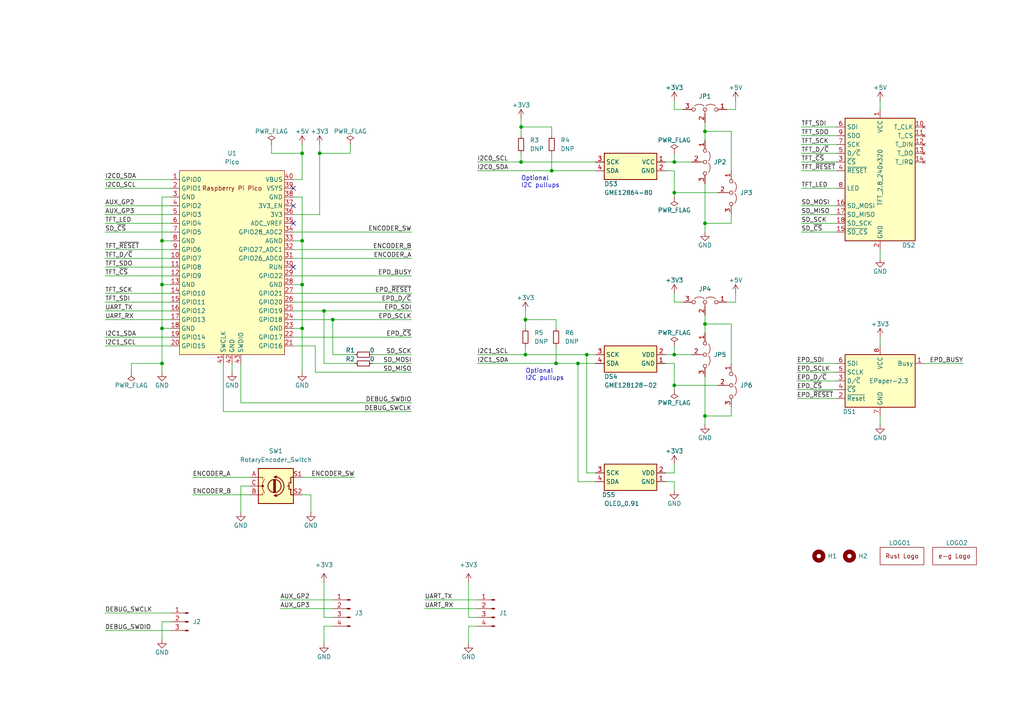
<source format=kicad_sch>
(kicad_sch (version 20211123) (generator eeschema)
  (paper "A4")
  (title_block (title "Embedded-graphics hardware bench") (date "2022-10-28") (rev "1.0"))
  (lib_symbols
    (symbol "Connector:Conn_01x03_Male" (pin_names (offset 1.016) hide)
      (property "Reference" "J" (at 0 5.08 0))
      (property "Value" "Conn_01x03_Male" (at 0 -5.08 0))
      (symbol "Conn_01x03_Male_1_1"
        (polyline (pts (xy 1.27 -2.54) (xy 0.8636 -2.54)) (stroke (width 0.1524)))
        (polyline (pts (xy 1.27 0) (xy 0.8636 0)) (stroke (width 0.1524)))
        (polyline (pts (xy 1.27 2.54) (xy 0.8636 2.54)) (stroke (width 0.1524)))
        (rectangle (start 0.8636 -2.413) (end 0 -2.667) (stroke (width 0.1524)) (fill (type outline)))
        (rectangle (start 0.8636 0.127) (end 0 -0.127) (stroke (width 0.1524)) (fill (type outline)))
        (rectangle (start 0.8636 2.667) (end 0 2.413) (stroke (width 0.1524)) (fill (type outline)))
        (pin passive line (at 5.08 2.54 180) (length 3.81) (name "Pin_1") (number "1"))
        (pin passive line (at 5.08 0 180) (length 3.81) (name "Pin_2") (number "2"))
        (pin passive line (at 5.08 -2.54 180) (length 3.81) (name "Pin_3") (number "3"))
      )
    )
    (symbol "Connector:Conn_01x04_Male" (pin_names (offset 1.016) hide)
      (property "Reference" "J" (at 0 5.08 0))
      (property "Value" "Conn_01x04_Male" (at 0 -7.62 0))
      (symbol "Conn_01x04_Male_1_1"
        (polyline (pts (xy 1.27 -5.08) (xy 0.8636 -5.08)) (stroke (width 0.1524)))
        (polyline (pts (xy 1.27 -2.54) (xy 0.8636 -2.54)) (stroke (width 0.1524)))
        (polyline (pts (xy 1.27 0) (xy 0.8636 0)) (stroke (width 0.1524)))
        (polyline (pts (xy 1.27 2.54) (xy 0.8636 2.54)) (stroke (width 0.1524)))
        (rectangle (start 0.8636 -4.953) (end 0 -5.207) (stroke (width 0.1524)) (fill (type outline)))
        (rectangle (start 0.8636 -2.413) (end 0 -2.667) (stroke (width 0.1524)) (fill (type outline)))
        (rectangle (start 0.8636 0.127) (end 0 -0.127) (stroke (width 0.1524)) (fill (type outline)))
        (rectangle (start 0.8636 2.667) (end 0 2.413) (stroke (width 0.1524)) (fill (type outline)))
        (pin passive line (at 5.08 2.54 180) (length 3.81) (name "Pin_1") (number "1"))
        (pin passive line (at 5.08 0 180) (length 3.81) (name "Pin_2") (number "2"))
        (pin passive line (at 5.08 -2.54 180) (length 3.81) (name "Pin_3") (number "3"))
        (pin passive line (at 5.08 -5.08 180) (length 3.81) (name "Pin_4") (number "4"))
      )
    )
    (symbol "Device:R_Small" (pin_numbers hide) (pin_names (offset 0.254) hide)
      (property "Reference" "R" (at 0.762 0.508 0))
      (property "Value" "R_Small" (at 0.762 -1.016 0))
      (symbol "R_Small_0_1"
        (rectangle (start -0.762 1.778) (end 0.762 -1.778) (stroke (width 0.2032)))
      )
      (symbol "R_Small_1_1"
        (pin passive line (at 0 2.54 270) (length 0.762) (name "~") (number "1"))
        (pin passive line (at 0 -2.54 90) (length 0.762) (name "~") (number "2"))
      )
    )
    (symbol "Device:RotaryEncoder_Switch" (pin_names (offset 0.254) hide)
      (property "Reference" "SW" (at 0 6.604 0))
      (property "Value" "RotaryEncoder_Switch" (at 0 -6.604 0))
      (symbol "RotaryEncoder_Switch_0_1"
        (rectangle (start -5.08 5.08) (end 5.08 -5.08) (stroke (width 0.254)) (fill (type background)))
        (circle (center -3.81 0) (radius 0.254) (fill (type outline)))
        (arc (start -0.381 -2.794) (mid 2.3622 -0.0508) (end -0.381 2.667) (stroke (width 0.254)))
        (circle (center -0.381 0) (radius 1.905) (stroke (width 0.254)))
        (polyline (pts (xy -0.635 -1.778) (xy -0.635 1.778)) (stroke (width 0.254)))
        (polyline (pts (xy -0.381 -1.778) (xy -0.381 1.778)) (stroke (width 0.254)))
        (polyline (pts (xy -0.127 1.778) (xy -0.127 -1.778)) (stroke (width 0.254)))
        (polyline (pts (xy 3.81 0) (xy 3.429 0)) (stroke (width 0.254)))
        (polyline (pts (xy 3.81 1.016) (xy 3.81 -1.016)) (stroke (width 0.254)))
        (polyline (pts (xy -5.08 -2.54) (xy -3.81 -2.54) (xy -3.81 -2.032)))
        (polyline (pts (xy -5.08 2.54) (xy -3.81 2.54) (xy -3.81 2.032)))
        (polyline (pts (xy 0.254 -3.048) (xy -0.508 -2.794) (xy 0.127 -2.413)) (stroke (width 0.254)))
        (polyline (pts (xy 0.254 2.921) (xy -0.508 2.667) (xy 0.127 2.286)) (stroke (width 0.254)))
        (polyline (pts (xy 5.08 -2.54) (xy 4.318 -2.54) (xy 4.318 -1.016)) (stroke (width 0.254)))
        (polyline (pts (xy 5.08 2.54) (xy 4.318 2.54) (xy 4.318 1.016)) (stroke (width 0.254)))
        (polyline (pts (xy -5.08 0) (xy -3.81 0) (xy -3.81 -1.016) (xy -3.302 -2.032)))
        (polyline (pts (xy -4.318 0) (xy -3.81 0) (xy -3.81 1.016) (xy -3.302 2.032)))
        (circle (center 4.318 -1.016) (radius 0.127) (stroke (width 0.254)))
        (circle (center 4.318 1.016) (radius 0.127) (stroke (width 0.254)))
      )
      (symbol "RotaryEncoder_Switch_1_1"
        (pin passive line (at -7.62 2.54 0) (length 2.54) (name "A") (number "A"))
        (pin passive line (at -7.62 -2.54 0) (length 2.54) (name "B") (number "B"))
        (pin passive line (at -7.62 0 0) (length 2.54) (name "C") (number "C"))
        (pin passive line (at 7.62 2.54 180) (length 2.54) (name "S1") (number "S1"))
        (pin passive line (at 7.62 -2.54 180) (length 2.54) (name "S2") (number "S2"))
      )
    )
    (symbol "Jumper:Jumper_3_Open" (pin_names (offset 0) hide)
      (property "Reference" "JP" (at -2.54 -2.54 0))
      (property "Value" "Jumper_3_Open" (at 0 2.794 0))
      (symbol "Jumper_3_Open_0_0"
        (circle (center -3.302 0) (radius 0.508))
        (circle (center 0 0) (radius 0.508))
        (circle (center 3.302 0) (radius 0.508))
      )
      (symbol "Jumper_3_Open_0_1"
        (arc (start -0.254 1.016) (mid -1.651 1.4992) (end -3.048 1.016))
        (polyline (pts (xy 0 -0.508) (xy 0 -1.27)))
        (arc (start 3.048 1.016) (mid 1.651 1.4992) (end 0.254 1.016))
      )
      (symbol "Jumper_3_Open_1_1"
        (pin passive line (at -6.35 0 0) (length 2.54) (name "A") (number "1"))
        (pin passive line (at 0 -3.81 90) (length 2.54) (name "C") (number "2"))
        (pin passive line (at 6.35 0 180) (length 2.54) (name "B") (number "3"))
      )
    )
    (symbol "Mechanical:MountingHole" (pin_names (offset 1.016))
      (property "Reference" "H" (at 0 5.08 0))
      (property "Value" "MountingHole" (at 0 3.175 0))
      (symbol "MountingHole_0_1"
        (circle (center 0 0) (radius 1.27) (stroke (width 1.27)))
      )
    )
    (symbol "hardware-bench:EPaper-2.3"
      (property "Reference" "DS" (at 6.35 -8.89 0))
      (property "Value" "EPaper-2.3" (at 7.62 -11.43 0))
      (symbol "EPaper-2.3_0_1"
        (rectangle (start -10.16 7.62) (end 10.16 -7.62) (stroke (width 0.254)) (fill (type background)))
      )
      (symbol "EPaper-2.3_1_1"
        (pin output line (at 12.7 5.08 180) (length 2.54) (name "Busy") (number "1"))
        (pin input line (at -12.7 -5.08 0) (length 2.54) (name "~{Reset}") (number "2"))
        (pin input line (at -12.7 0 0) (length 2.54) (name "D/~{C}") (number "3"))
        (pin input line (at -12.7 -2.54 0) (length 2.54) (name "~{CS}") (number "4"))
        (pin input line (at -12.7 2.54 0) (length 2.54) (name "SCLK") (number "5"))
        (pin input line (at -12.7 5.08 0) (length 2.54) (name "SDI") (number "6"))
        (pin power_in line (at 0 -10.16 90) (length 2.54) (name "GND") (number "7"))
        (pin power_in line (at 0 10.16 270) (length 2.54) (name "VCC") (number "8"))
      )
    )
    (symbol "hardware-bench:GME128128-02"
      (property "Reference" "DS" (at 0 -3.81 0))
      (property "Value" "GME128128-02" (at 2.54 -6.35 0))
      (symbol "GME128128-02_0_1"
        (rectangle (start -7.62 5.08) (end 7.62 -2.54) (stroke (width 0.254)) (fill (type background)))
      )
      (symbol "GME128128-02_1_1"
        (pin power_in line (at 10.16 0 180) (length 2.54) (name "GND") (number "1"))
        (pin power_in line (at 10.16 2.54 180) (length 2.54) (name "VDD") (number "2"))
        (pin tri_state line (at -10.16 2.54 0) (length 2.54) (name "SCK") (number "3"))
        (pin tri_state line (at -10.16 0 0) (length 2.54) (name "SDA") (number "4"))
      )
    )
    (symbol "hardware-bench:GME12864-80"
      (property "Reference" "DS" (at 0 -3.81 0))
      (property "Value" "GME12864-80" (at 0 -6.35 0))
      (symbol "GME12864-80_0_1"
        (rectangle (start -7.62 5.08) (end 7.62 -2.54) (stroke (width 0.254)) (fill (type background)))
      )
      (symbol "GME12864-80_1_1"
        (pin power_in line (at 10.16 2.54 180) (length 2.54) (name "VCC") (number "1"))
        (pin power_in line (at 10.16 0 180) (length 2.54) (name "GND") (number "2"))
        (pin tri_state line (at -10.16 2.54 0) (length 2.54) (name "SCK") (number "3"))
        (pin tri_state line (at -10.16 0 0) (length 2.54) (name "SDA") (number "4"))
      )
    )
    (symbol "hardware-bench:Logo_E_G" (in_bom no)
      (property "Reference" "#LOGO" (at 0 3.81 0))
      (property "Value" "Logo_E_G" (at 0 -3.81 0))
      (symbol "Logo_E_G_0_0"
        (text "e-g Logo" (at 0 0 0) (effects (font (size 1.27 1.27))))
      )
      (symbol "Logo_E_G_0_1"
        (rectangle (start -6.35 2.54) (end 6.35 -2.54))
      )
    )
    (symbol "hardware-bench:Logo_Rust" (in_bom no)
      (property "Reference" "#LOGO" (at 0 3.81 0))
      (property "Value" "Logo_Rust" (at 0 -3.81 0))
      (symbol "Logo_Rust_0_0"
        (text "Rust Logo" (at 0 0 0) (effects (font (size 1.27 1.27))))
      )
      (symbol "Logo_Rust_0_1"
        (rectangle (start -6.35 2.54) (end 6.35 -2.54))
      )
    )
    (symbol "hardware-bench:OLED_0.91"
      (property "Reference" "DS" (at 0 -3.81 0))
      (property "Value" "OLED_0.91" (at 2.54 -6.35 0))
      (symbol "OLED_0.91_0_1"
        (rectangle (start -7.62 5.08) (end 7.62 -2.54) (stroke (width 0.254)) (fill (type background)))
      )
      (symbol "OLED_0.91_1_1"
        (pin power_in line (at 10.16 0 180) (length 2.54) (name "GND") (number "1"))
        (pin power_in line (at 10.16 2.54 180) (length 2.54) (name "VDD") (number "2"))
        (pin tri_state line (at -10.16 2.54 0) (length 2.54) (name "SCK") (number "3"))
        (pin tri_state line (at -10.16 0 0) (length 2.54) (name "SDA") (number "4"))
      )
    )
    (symbol "hardware-bench:Pico"
      (property "Reference" "U" (at -13.97 27.94 0))
      (property "Value" "Pico" (at 0 19.05 0))
      (symbol "Pico_0_0"
        (text "Raspberry Pi Pico" (at 0 21.59 0) (effects (font (size 1.27 1.27))))
      )
      (symbol "Pico_0_1"
        (rectangle (start -15.24 26.67) (end 15.24 -26.67) (fill (type background)))
      )
      (symbol "Pico_1_1"
        (pin bidirectional line (at -17.78 24.13 0) (length 2.54) (name "GPIO0") (number "1"))
        (pin bidirectional line (at -17.78 1.27 0) (length 2.54) (name "GPIO7") (number "10"))
        (pin bidirectional line (at -17.78 -1.27 0) (length 2.54) (name "GPIO8") (number "11"))
        (pin bidirectional line (at -17.78 -3.81 0) (length 2.54) (name "GPIO9") (number "12"))
        (pin power_in line (at -17.78 -6.35 0) (length 2.54) (name "GND") (number "13"))
        (pin bidirectional line (at -17.78 -8.89 0) (length 2.54) (name "GPIO10") (number "14"))
        (pin bidirectional line (at -17.78 -11.43 0) (length 2.54) (name "GPIO11") (number "15"))
        (pin bidirectional line (at -17.78 -13.97 0) (length 2.54) (name "GPIO12") (number "16"))
        (pin bidirectional line (at -17.78 -16.51 0) (length 2.54) (name "GPIO13") (number "17"))
        (pin power_in line (at -17.78 -19.05 0) (length 2.54) (name "GND") (number "18"))
        (pin bidirectional line (at -17.78 -21.59 0) (length 2.54) (name "GPIO14") (number "19"))
        (pin bidirectional line (at -17.78 21.59 0) (length 2.54) (name "GPIO1") (number "2"))
        (pin bidirectional line (at -17.78 -24.13 0) (length 2.54) (name "GPIO15") (number "20"))
        (pin bidirectional line (at 17.78 -24.13 180) (length 2.54) (name "GPIO16") (number "21"))
        (pin bidirectional line (at 17.78 -21.59 180) (length 2.54) (name "GPIO17") (number "22"))
        (pin power_in line (at 17.78 -19.05 180) (length 2.54) (name "GND") (number "23"))
        (pin bidirectional line (at 17.78 -16.51 180) (length 2.54) (name "GPIO18") (number "24"))
        (pin bidirectional line (at 17.78 -13.97 180) (length 2.54) (name "GPIO19") (number "25"))
        (pin bidirectional line (at 17.78 -11.43 180) (length 2.54) (name "GPIO20") (number "26"))
        (pin bidirectional line (at 17.78 -8.89 180) (length 2.54) (name "GPIO21") (number "27"))
        (pin power_in line (at 17.78 -6.35 180) (length 2.54) (name "GND") (number "28"))
        (pin bidirectional line (at 17.78 -3.81 180) (length 2.54) (name "GPIO22") (number "29"))
        (pin power_in line (at -17.78 19.05 0) (length 2.54) (name "GND") (number "3"))
        (pin input line (at 17.78 -1.27 180) (length 2.54) (name "RUN") (number "30"))
        (pin bidirectional line (at 17.78 1.27 180) (length 2.54) (name "GPIO26_ADC0") (number "31"))
        (pin bidirectional line (at 17.78 3.81 180) (length 2.54) (name "GPIO27_ADC1") (number "32"))
        (pin power_in line (at 17.78 6.35 180) (length 2.54) (name "AGND") (number "33"))
        (pin bidirectional line (at 17.78 8.89 180) (length 2.54) (name "GPIO28_ADC2") (number "34"))
        (pin power_in line (at 17.78 11.43 180) (length 2.54) (name "ADC_VREF") (number "35"))
        (pin power_in line (at 17.78 13.97 180) (length 2.54) (name "3V3") (number "36"))
        (pin input line (at 17.78 16.51 180) (length 2.54) (name "3V3_EN") (number "37"))
        (pin power_in line (at 17.78 19.05 180) (length 2.54) (name "GND") (number "38"))
        (pin power_in line (at 17.78 21.59 180) (length 2.54) (name "VSYS") (number "39"))
        (pin bidirectional line (at -17.78 16.51 0) (length 2.54) (name "GPIO2") (number "4"))
        (pin power_in line (at 17.78 24.13 180) (length 2.54) (name "VBUS") (number "40"))
        (pin input line (at -2.54 -29.21 90) (length 2.54) (name "SWCLK") (number "41"))
        (pin power_in line (at 0 -29.21 90) (length 2.54) (name "GND") (number "42"))
        (pin bidirectional line (at 2.54 -29.21 90) (length 2.54) (name "SWDIO") (number "43"))
        (pin bidirectional line (at -17.78 13.97 0) (length 2.54) (name "GPIO3") (number "5"))
        (pin bidirectional line (at -17.78 11.43 0) (length 2.54) (name "GPIO4") (number "6"))
        (pin bidirectional line (at -17.78 8.89 0) (length 2.54) (name "GPIO5") (number "7"))
        (pin power_in line (at -17.78 6.35 0) (length 2.54) (name "GND") (number "8"))
        (pin bidirectional line (at -17.78 3.81 0) (length 2.54) (name "GPIO6") (number "9"))
      )
    )
    (symbol "hardware-bench:TFT_2.8_240x320"
      (property "Reference" "DS" (at 8.89 -19.05 0))
      (property "Value" "TFT_2.8_240x320" (at 11.43 -21.59 0))
      (symbol "TFT_2.8_240x320_0_1"
        (rectangle (start -10.16 17.78) (end 10.16 -17.78) (stroke (width 0.254)) (fill (type background)))
      )
      (symbol "TFT_2.8_240x320_1_1"
        (pin power_in line (at 0 20.32 270) (length 2.54) (name "VCC") (number "1"))
        (pin no_connect line (at 12.7 15.24 180) (length 2.54) (name "T_CLK") (number "10"))
        (pin no_connect line (at 12.7 12.7 180) (length 2.54) (name "T_CS") (number "11"))
        (pin no_connect line (at 12.7 10.16 180) (length 2.54) (name "T_DIN") (number "12"))
        (pin no_connect line (at 12.7 7.62 180) (length 2.54) (name "T_DO") (number "13"))
        (pin no_connect line (at 12.7 5.08 180) (length 2.54) (name "T_IRQ") (number "14"))
        (pin input line (at -12.7 -15.24 0) (length 2.54) (name "~{SD_CS}") (number "15"))
        (pin input line (at -12.7 -7.62 0) (length 2.54) (name "SD_MOSI") (number "16"))
        (pin output line (at -12.7 -10.16 0) (length 2.54) (name "SD_MISO") (number "17"))
        (pin input line (at -12.7 -12.7 0) (length 2.54) (name "SD_SCK") (number "18"))
        (pin power_in line (at 0 -20.32 90) (length 2.54) (name "GND") (number "2"))
        (pin input line (at -12.7 5.08 0) (length 2.54) (name "~{CS}") (number "3"))
        (pin input line (at -12.7 2.54 0) (length 2.54) (name "~{RESET}") (number "4"))
        (pin input line (at -12.7 7.62 0) (length 2.54) (name "D/~{C}") (number "5"))
        (pin input line (at -12.7 15.24 0) (length 2.54) (name "SDI") (number "6"))
        (pin input line (at -12.7 10.16 0) (length 2.54) (name "SCK") (number "7"))
        (pin input line (at -12.7 -2.54 0) (length 2.54) (name "LED") (number "8"))
        (pin output line (at -12.7 12.7 0) (length 2.54) (name "SDO") (number "9"))
      )
    )
    (symbol "power:+3V3" (power) (pin_names (offset 0))
      (property "Value" "+3V3" (at 0 3.556 0))
      (symbol "+3V3_0_1"
        (polyline (pts (xy -0.762 1.27) (xy 0 2.54)))
        (polyline (pts (xy 0 0) (xy 0 2.54)))
        (polyline (pts (xy 0 2.54) (xy 0.762 1.27)))
      )
      (symbol "+3V3_1_1"
        (pin power_in line (at 0 0 90) (length 0) hide (name "+3V3") (number "1"))
      )
    )
    (symbol "power:+5V" (power) (pin_names (offset 0))
      (property "Value" "+5V" (at 0 3.556 0))
      (symbol "+5V_0_1"
        (polyline (pts (xy -0.762 1.27) (xy 0 2.54)))
        (polyline (pts (xy 0 0) (xy 0 2.54)))
        (polyline (pts (xy 0 2.54) (xy 0.762 1.27)))
      )
      (symbol "+5V_1_1"
        (pin power_in line (at 0 0 90) (length 0) hide (name "+5V") (number "1"))
      )
    )
    (symbol "power:GND" (power) (pin_names (offset 0))
      (property "Value" "GND" (at 0 -3.81 0))
      (symbol "GND_0_1"
        (polyline (pts (xy 0 0) (xy 0 -1.27) (xy 1.27 -1.27) (xy 0 -2.54) (xy -1.27 -1.27) (xy 0 -1.27)))
      )
      (symbol "GND_1_1"
        (pin power_in line (at 0 0 270) (length 0) hide (name "GND") (number "1"))
      )
    )
    (symbol "power:PWR_FLAG" (power) (pin_numbers hide) (pin_names (offset 0) hide)
      (property "Value" "PWR_FLAG" (at 0 3.81 0))
      (symbol "PWR_FLAG_0_0"
        (pin power_out line (at 0 0 90) (length 0) (name "pwr") (number "1"))
      )
      (symbol "PWR_FLAG_0_1"
        (polyline (pts (xy 0 0) (xy 0 1.27) (xy -1.016 1.905) (xy 0 2.54) (xy 1.016 1.905) (xy 0 1.27)))
      )
    )
  )
  (junction (at 152.4 102.87))
  (junction (at 204.47 120.65))
  (junction (at 87.63 44.45))
  (junction (at 96.52 92.71))
  (junction (at 46.99 82.55))
  (junction (at 87.63 69.85))
  (junction (at 93.98 90.17))
  (junction (at 151.13 36.83))
  (junction (at 87.63 95.25))
  (junction (at 195.58 55.88))
  (junction (at 170.18 102.87))
  (junction (at 195.58 111.76))
  (junction (at 152.4 92.71))
  (junction (at 204.47 64.77))
  (junction (at 46.99 69.85))
  (junction (at 204.47 93.98))
  (junction (at 195.58 102.87))
  (junction (at 46.99 105.41))
  (junction (at 195.58 46.99))
  (junction (at 161.29 105.41))
  (junction (at 87.63 82.55))
  (junction (at 151.13 46.99))
  (junction (at 46.99 95.25))
  (junction (at 160.02 49.53))
  (junction (at 204.47 38.1))
  (junction (at 92.71 44.45))
  (junction (at 167.64 105.41))
  (no_connect (at 85.09 54.61))
  (no_connect (at 85.09 59.69))
  (no_connect (at 85.09 64.77))
  (no_connect (at 85.09 77.47))
  (wire (pts (xy 85.09 92.71) (xy 96.52 92.71)))
  (wire (pts (xy 85.09 95.25) (xy 87.63 95.25)))
  (wire (pts (xy 123.19 176.53) (xy 138.43 176.53)))
  (wire (pts (xy 87.63 143.51) (xy 90.17 143.51)))
  (wire (pts (xy 232.41 41.91) (xy 242.57 41.91)))
  (wire (pts (xy 85.09 82.55) (xy 87.63 82.55)))
  (wire (pts (xy 85.09 62.23) (xy 92.71 62.23)))
  (wire (pts (xy 152.4 100.33) (xy 152.4 102.87)))
  (wire (pts (xy 138.43 105.41) (xy 161.29 105.41)))
  (wire (pts (xy 193.04 102.87) (xy 195.58 102.87)))
  (wire (pts (xy 267.97 105.41) (xy 279.4 105.41)))
  (wire (pts (xy 195.58 87.63) (xy 195.58 85.09)))
  (wire (pts (xy 30.48 92.71) (xy 49.53 92.71)))
  (wire (pts (xy 49.53 97.79) (xy 30.48 97.79)))
  (wire (pts (xy 195.58 111.76) (xy 208.28 111.76)))
  (wire (pts (xy 85.09 90.17) (xy 93.98 90.17)))
  (wire (pts (xy 30.48 74.93) (xy 49.53 74.93)))
  (wire (pts (xy 46.99 82.55) (xy 49.53 82.55)))
  (wire (pts (xy 46.99 57.15) (xy 49.53 57.15)))
  (wire (pts (xy 46.99 107.95) (xy 46.99 105.41)))
  (wire (pts (xy 85.09 87.63) (xy 119.38 87.63)))
  (wire (pts (xy 85.09 74.93) (xy 119.38 74.93)))
  (wire (pts (xy 85.09 72.39) (xy 119.38 72.39)))
  (wire (pts (xy 87.63 69.85) (xy 87.63 57.15)))
  (wire (pts (xy 195.58 49.53) (xy 195.58 55.88)))
  (wire (pts (xy 204.47 120.65) (xy 204.47 123.19)))
  (wire (pts (xy 101.6 41.91) (xy 101.6 44.45)))
  (wire (pts (xy 195.58 139.7) (xy 195.58 142.24)))
  (wire (pts (xy 96.52 102.87) (xy 102.87 102.87)))
  (wire (pts (xy 151.13 46.99) (xy 172.72 46.99)))
  (wire (pts (xy 38.1 107.95) (xy 38.1 105.41)))
  (wire (pts (xy 195.58 44.45) (xy 195.58 46.99)))
  (wire (pts (xy 204.47 109.22) (xy 204.47 120.65)))
  (wire (pts (xy 123.19 173.99) (xy 138.43 173.99)))
  (wire (pts (xy 49.53 52.07) (xy 30.48 52.07)))
  (wire (pts (xy 232.41 62.23) (xy 242.57 62.23)))
  (wire (pts (xy 167.64 105.41) (xy 172.72 105.41)))
  (wire (pts (xy 195.58 111.76) (xy 195.58 113.03)))
  (wire (pts (xy 160.02 44.45) (xy 160.02 49.53)))
  (wire (pts (xy 193.04 105.41) (xy 195.58 105.41)))
  (wire (pts (xy 232.41 59.69) (xy 242.57 59.69)))
  (wire (pts (xy 46.99 82.55) (xy 46.99 69.85)))
  (wire (pts (xy 38.1 105.41) (xy 46.99 105.41)))
  (wire (pts (xy 204.47 38.1) (xy 204.47 40.64)))
  (wire (pts (xy 85.09 52.07) (xy 87.63 52.07)))
  (wire (pts (xy 212.09 93.98) (xy 204.47 93.98)))
  (wire (pts (xy 210.82 31.75) (xy 213.36 31.75)))
  (wire (pts (xy 231.14 107.95) (xy 242.57 107.95)))
  (wire (pts (xy 69.85 116.84) (xy 119.38 116.84)))
  (wire (pts (xy 213.36 31.75) (xy 213.36 29.21)))
  (wire (pts (xy 46.99 105.41) (xy 46.99 95.25)))
  (wire (pts (xy 87.63 107.95) (xy 87.63 95.25)))
  (wire (pts (xy 212.09 105.41) (xy 212.09 93.98)))
  (wire (pts (xy 210.82 87.63) (xy 213.36 87.63)))
  (wire (pts (xy 135.89 168.91) (xy 135.89 179.07)))
  (wire (pts (xy 93.98 105.41) (xy 102.87 105.41)))
  (wire (pts (xy 138.43 49.53) (xy 160.02 49.53)))
  (wire (pts (xy 87.63 95.25) (xy 87.63 82.55)))
  (wire (pts (xy 87.63 41.91) (xy 87.63 44.45)))
  (wire (pts (xy 81.28 176.53) (xy 96.52 176.53)))
  (wire (pts (xy 195.58 46.99) (xy 200.66 46.99)))
  (wire (pts (xy 30.48 59.69) (xy 49.53 59.69)))
  (wire (pts (xy 160.02 39.37) (xy 160.02 36.83)))
  (wire (pts (xy 195.58 105.41) (xy 195.58 111.76)))
  (wire (pts (xy 30.48 85.09) (xy 49.53 85.09)))
  (wire (pts (xy 46.99 95.25) (xy 46.99 82.55)))
  (wire (pts (xy 195.58 100.33) (xy 195.58 102.87)))
  (wire (pts (xy 231.14 110.49) (xy 242.57 110.49)))
  (wire (pts (xy 255.27 120.65) (xy 255.27 123.19)))
  (wire (pts (xy 195.58 55.88) (xy 208.28 55.88)))
  (wire (pts (xy 92.71 41.91) (xy 92.71 44.45)))
  (wire (pts (xy 231.14 113.03) (xy 242.57 113.03)))
  (wire (pts (xy 204.47 64.77) (xy 212.09 64.77)))
  (wire (pts (xy 85.09 97.79) (xy 119.38 97.79)))
  (wire (pts (xy 193.04 46.99) (xy 195.58 46.99)))
  (wire (pts (xy 151.13 36.83) (xy 151.13 39.37)))
  (wire (pts (xy 90.17 143.51) (xy 90.17 148.59)))
  (wire (pts (xy 232.41 67.31) (xy 242.57 67.31)))
  (wire (pts (xy 212.09 118.11) (xy 212.09 120.65)))
  (wire (pts (xy 212.09 49.53) (xy 212.09 38.1)))
  (wire (pts (xy 255.27 72.39) (xy 255.27 74.93)))
  (wire (pts (xy 161.29 92.71) (xy 152.4 92.71)))
  (wire (pts (xy 81.28 173.99) (xy 96.52 173.99)))
  (wire (pts (xy 204.47 64.77) (xy 204.47 67.31)))
  (wire (pts (xy 151.13 34.29) (xy 151.13 36.83)))
  (wire (pts (xy 96.52 92.71) (xy 96.52 102.87)))
  (wire (pts (xy 160.02 49.53) (xy 172.72 49.53)))
  (wire (pts (xy 93.98 90.17) (xy 119.38 90.17)))
  (wire (pts (xy 93.98 90.17) (xy 93.98 105.41)))
  (wire (pts (xy 204.47 53.34) (xy 204.47 64.77)))
  (wire (pts (xy 93.98 181.61) (xy 93.98 186.69)))
  (wire (pts (xy 30.48 80.01) (xy 49.53 80.01)))
  (wire (pts (xy 152.4 102.87) (xy 170.18 102.87)))
  (wire (pts (xy 55.88 138.43) (xy 72.39 138.43)))
  (wire (pts (xy 195.58 55.88) (xy 195.58 57.15)))
  (wire (pts (xy 138.43 102.87) (xy 152.4 102.87)))
  (wire (pts (xy 55.88 143.51) (xy 72.39 143.51)))
  (wire (pts (xy 46.99 69.85) (xy 46.99 57.15)))
  (wire (pts (xy 78.74 41.91) (xy 78.74 44.45)))
  (wire (pts (xy 232.41 49.53) (xy 242.57 49.53)))
  (wire (pts (xy 30.48 182.88) (xy 49.53 182.88)))
  (wire (pts (xy 138.43 179.07) (xy 135.89 179.07)))
  (wire (pts (xy 85.09 67.31) (xy 119.38 67.31)))
  (wire (pts (xy 167.64 139.7) (xy 167.64 105.41)))
  (wire (pts (xy 232.41 54.61) (xy 242.57 54.61)))
  (wire (pts (xy 232.41 39.37) (xy 242.57 39.37)))
  (wire (pts (xy 91.44 100.33) (xy 91.44 107.95)))
  (wire (pts (xy 46.99 180.34) (xy 46.99 185.42)))
  (wire (pts (xy 204.47 120.65) (xy 212.09 120.65)))
  (wire (pts (xy 64.77 105.41) (xy 64.77 119.38)))
  (wire (pts (xy 213.36 87.63) (xy 213.36 85.09)))
  (wire (pts (xy 30.48 67.31) (xy 49.53 67.31)))
  (wire (pts (xy 87.63 44.45) (xy 87.63 52.07)))
  (wire (pts (xy 46.99 69.85) (xy 49.53 69.85)))
  (wire (pts (xy 170.18 102.87) (xy 170.18 137.16)))
  (wire (pts (xy 161.29 95.25) (xy 161.29 92.71)))
  (wire (pts (xy 49.53 180.34) (xy 46.99 180.34)))
  (wire (pts (xy 30.48 72.39) (xy 49.53 72.39)))
  (wire (pts (xy 92.71 44.45) (xy 92.71 62.23)))
  (wire (pts (xy 255.27 97.79) (xy 255.27 100.33)))
  (wire (pts (xy 107.95 102.87) (xy 119.38 102.87)))
  (wire (pts (xy 30.48 87.63) (xy 49.53 87.63)))
  (wire (pts (xy 96.52 181.61) (xy 93.98 181.61)))
  (wire (pts (xy 96.52 179.07) (xy 93.98 179.07)))
  (wire (pts (xy 172.72 139.7) (xy 167.64 139.7)))
  (wire (pts (xy 193.04 139.7) (xy 195.58 139.7)))
  (wire (pts (xy 161.29 105.41) (xy 167.64 105.41)))
  (wire (pts (xy 198.12 31.75) (xy 195.58 31.75)))
  (wire (pts (xy 96.52 92.71) (xy 119.38 92.71)))
  (wire (pts (xy 85.09 85.09) (xy 119.38 85.09)))
  (wire (pts (xy 91.44 107.95) (xy 119.38 107.95)))
  (wire (pts (xy 101.6 44.45) (xy 92.71 44.45)))
  (wire (pts (xy 151.13 44.45) (xy 151.13 46.99)))
  (wire (pts (xy 255.27 29.21) (xy 255.27 31.75)))
  (wire (pts (xy 135.89 181.61) (xy 135.89 186.69)))
  (wire (pts (xy 30.48 177.8) (xy 49.53 177.8)))
  (wire (pts (xy 93.98 168.91) (xy 93.98 179.07)))
  (wire (pts (xy 204.47 35.56) (xy 204.47 38.1)))
  (wire (pts (xy 212.09 62.23) (xy 212.09 64.77)))
  (wire (pts (xy 119.38 119.38) (xy 64.77 119.38)))
  (wire (pts (xy 212.09 38.1) (xy 204.47 38.1)))
  (wire (pts (xy 30.48 62.23) (xy 49.53 62.23)))
  (wire (pts (xy 87.63 57.15) (xy 85.09 57.15)))
  (wire (pts (xy 78.74 44.45) (xy 87.63 44.45)))
  (wire (pts (xy 232.41 44.45) (xy 242.57 44.45)))
  (wire (pts (xy 160.02 36.83) (xy 151.13 36.83)))
  (wire (pts (xy 170.18 102.87) (xy 172.72 102.87)))
  (wire (pts (xy 69.85 148.59) (xy 69.85 140.97)))
  (wire (pts (xy 195.58 102.87) (xy 200.66 102.87)))
  (wire (pts (xy 85.09 69.85) (xy 87.63 69.85)))
  (wire (pts (xy 193.04 49.53) (xy 195.58 49.53)))
  (wire (pts (xy 30.48 77.47) (xy 49.53 77.47)))
  (wire (pts (xy 195.58 137.16) (xy 193.04 137.16)))
  (wire (pts (xy 161.29 100.33) (xy 161.29 105.41)))
  (wire (pts (xy 195.58 134.62) (xy 195.58 137.16)))
  (wire (pts (xy 69.85 105.41) (xy 69.85 116.84)))
  (wire (pts (xy 30.48 90.17) (xy 49.53 90.17)))
  (wire (pts (xy 46.99 95.25) (xy 49.53 95.25)))
  (wire (pts (xy 195.58 31.75) (xy 195.58 29.21)))
  (wire (pts (xy 232.41 46.99) (xy 242.57 46.99)))
  (wire (pts (xy 107.95 105.41) (xy 119.38 105.41)))
  (wire (pts (xy 30.48 64.77) (xy 49.53 64.77)))
  (wire (pts (xy 67.31 105.41) (xy 67.31 107.95)))
  (wire (pts (xy 152.4 92.71) (xy 152.4 95.25)))
  (wire (pts (xy 85.09 80.01) (xy 119.38 80.01)))
  (wire (pts (xy 138.43 181.61) (xy 135.89 181.61)))
  (wire (pts (xy 87.63 138.43) (xy 102.87 138.43)))
  (wire (pts (xy 91.44 100.33) (xy 85.09 100.33)))
  (wire (pts (xy 170.18 137.16) (xy 172.72 137.16)))
  (wire (pts (xy 232.41 36.83) (xy 242.57 36.83)))
  (wire (pts (xy 231.14 115.57) (xy 242.57 115.57)))
  (wire (pts (xy 232.41 64.77) (xy 242.57 64.77)))
  (wire (pts (xy 231.14 105.41) (xy 242.57 105.41)))
  (wire (pts (xy 87.63 82.55) (xy 87.63 69.85)))
  (wire (pts (xy 49.53 100.33) (xy 30.48 100.33)))
  (wire (pts (xy 198.12 87.63) (xy 195.58 87.63)))
  (wire (pts (xy 204.47 91.44) (xy 204.47 93.98)))
  (wire (pts (xy 152.4 90.17) (xy 152.4 92.71)))
  (wire (pts (xy 69.85 140.97) (xy 72.39 140.97)))
  (wire (pts (xy 49.53 54.61) (xy 30.48 54.61)))
  (wire (pts (xy 138.43 46.99) (xy 151.13 46.99)))
  (wire (pts (xy 204.47 93.98) (xy 204.47 96.52)))
  (text "Optional\nI2C pullups" (at 152.4 110.49 0) (effects (font (size 1.27 1.27)) (justify left bottom)))
  (text "Optional\nI2C pullups" (at 151.13 54.61 0) (effects (font (size 1.27 1.27)) (justify left bottom)))
  (label "TFT_SDI" (at 232.41 36.83 0))
  (label "UART_TX" (at 123.19 173.99 0))
  (label "TFT_SDI" (at 30.48 87.63 0))
  (label "EPD_D{slash}~{C}" (at 119.38 87.63 180))
  (label "DEBUG_SWCLK" (at 119.38 119.38 180))
  (label "TFT_SCK" (at 30.48 85.09 0))
  (label "SD_SCK" (at 232.41 64.77 0))
  (label "EPD_SCLK" (at 231.14 107.95 0))
  (label "TFT_SDO" (at 232.41 39.37 0))
  (label "I2C0_SDA" (at 138.43 49.53 0))
  (label "SD_MOSI" (at 119.38 105.41 180))
  (label "SD_~{CS}" (at 232.41 67.31 0))
  (label "EPD_SCLK" (at 119.38 92.71 180))
  (label "TFT_D{slash}~{C}" (at 30.48 74.93 0))
  (label "TFT_~{RESET}" (at 232.41 49.53 0))
  (label "TFT_SCK" (at 232.41 41.91 0))
  (label "TFT_LED" (at 30.48 64.77 0))
  (label "DEBUG_SWDIO" (at 30.48 182.88 0))
  (label "AUX_GP3" (at 30.48 62.23 0))
  (label "EPD_SDI" (at 231.14 105.41 0))
  (label "TFT_SDO" (at 30.48 77.47 0))
  (label "TFT_~{RESET}" (at 30.48 72.39 0))
  (label "EPD_BUSY" (at 279.4 105.41 180))
  (label "EPD_~{RESET}" (at 119.38 85.09 180))
  (label "EPD_SDI" (at 119.38 90.17 180))
  (label "SD_MOSI" (at 232.41 59.69 0))
  (label "AUX_GP3" (at 81.28 176.53 0))
  (label "ENCODER_B" (at 119.38 72.39 180))
  (label "I2C1_SCL" (at 138.43 102.87 0))
  (label "AUX_GP2" (at 81.28 173.99 0))
  (label "I2C1_SCL" (at 30.48 100.33 0))
  (label "UART_TX" (at 30.48 90.17 0))
  (label "EPD_~{RESET}" (at 231.14 115.57 0))
  (label "SD_SCK" (at 119.38 102.87 180))
  (label "I2C0_SDA" (at 30.48 52.07 0))
  (label "SD_~{CS}" (at 30.48 67.31 0))
  (label "EPD_~{CS}" (at 119.38 97.79 180))
  (label "DEBUG_SWDIO" (at 119.38 116.84 180))
  (label "ENCODER_A" (at 119.38 74.93 180))
  (label "I2C0_SCL" (at 138.43 46.99 0))
  (label "TFT_~{CS}" (at 30.48 80.01 0))
  (label "UART_RX" (at 30.48 92.71 0))
  (label "SD_MISO" (at 232.41 62.23 0))
  (label "UART_RX" (at 123.19 176.53 0))
  (label "TFT_LED" (at 232.41 54.61 0))
  (label "EPD_BUSY" (at 119.38 80.01 180))
  (label "ENCODER_B" (at 55.88 143.51 0))
  (label "I2C1_SDA" (at 30.48 97.79 0))
  (label "I2C1_SDA" (at 138.43 105.41 0))
  (label "EPD_~{CS}" (at 231.14 113.03 0))
  (label "DEBUG_SWCLK" (at 30.48 177.8 0))
  (label "I2C0_SCL" (at 30.48 54.61 0))
  (label "AUX_GP2" (at 30.48 59.69 0))
  (label "ENCODER_SW" (at 119.38 67.31 180))
  (label "TFT_D{slash}~{C}" (at 232.41 44.45 0))
  (label "EPD_D{slash}~{C}" (at 231.14 110.49 0))
  (label "TFT_~{CS}" (at 232.41 46.99 0))
  (label "ENCODER_SW" (at 102.87 138.43 180))
  (label "SD_MISO" (at 119.38 107.95 180))
  (label "ENCODER_A" (at 55.88 138.43 0))
  (symbol (lib_id "power:PWR_FLAG") (at 195.58 44.45 0) (unit 1)
    (property "Reference" "#FLG0104" (effects hide))
    (property "Value" "PWR_FLAG" (at 195.58 40.64 0))
  )
  (symbol (lib_id "power:GND") (at 69.85 148.59 0) (unit 1)
    (property "Reference" "#PWR0109" (effects hide))
    (property "Value" "GND" (at 69.85 152.4 0))
  )
  (symbol (lib_id "Device:R_Small") (at 105.41 105.41 90) (unit 1)
    (property "Reference" "R2" (at 101.6 104.14 90))
    (property "Value" "0" (at 107.95 104.14 90))
    (property "Footprint" "Resistor_SMD:R_0603_1608Metric" (effects hide))
  )
  (symbol (lib_id "Device:R_Small") (at 152.4 97.79 0) (unit 1)
    (property "Reference" "R5" (at 154.94 96.5199 0) (effects (justify left)))
    (property "Value" "DNP" (at 154.94 99.0599 0) (effects (justify left)))
    (property "Footprint" "Resistor_SMD:R_0603_1608Metric" (effects hide))
  )
  (symbol (lib_id "Jumper:Jumper_3_Open") (at 212.09 55.88 270) (unit 1)
    (property "Reference" "JP3" (at 214.63 55.8799 90) (effects (justify left)))
    (property "Value" "Jumper_3_Open" (effects hide))
    (property "Footprint" "Connector_PinHeader_2.54mm:PinHeader_1x03_P2.54mm_Vertical" (effects hide))
  )
  (symbol (lib_id "power:PWR_FLAG") (at 78.74 41.91 0) (unit 1)
    (property "Reference" "#FLG02" (effects hide))
    (property "Value" "PWR_FLAG" (at 78.74 38.1 0))
  )
  (symbol (lib_id "power:GND") (at 93.98 186.69 0) (unit 1)
    (property "Reference" "#PWR05" (effects hide))
    (property "Value" "GND" (at 93.98 190.5 0))
  )
  (symbol (lib_id "hardware-bench:TFT_2.8_240x320") (at 255.27 52.07 0) (unit 1)
    (property "Reference" "DS2" (at 261.62 71.12 0) (effects (justify left)))
    (property "Value" "TFT_2.8_240x320" (at 255.27 59.69 90) (effects (justify left)))
    (property "Footprint" "hardware-bench:TFT_2.8_240x320" (effects hide))
  )
  (symbol (lib_id "Device:R_Small") (at 105.41 102.87 90) (unit 1)
    (property "Reference" "R1" (at 101.6 101.6 90))
    (property "Value" "0" (at 107.95 101.6 90))
    (property "Footprint" "Resistor_SMD:R_0603_1608Metric" (effects hide))
  )
  (symbol (lib_id "power:+3V3") (at 92.71 41.91 0) (unit 1)
    (property "Reference" "#PWR0114" (effects hide))
    (property "Value" "+3V3" (at 92.71 38.1 0))
  )
  (symbol (lib_id "power:GND") (at 90.17 148.59 0) (unit 1)
    (property "Reference" "#PWR0108" (effects hide))
    (property "Value" "GND" (at 90.17 152.4 0))
  )
  (symbol (lib_id "power:GND") (at 204.47 67.31 0) (unit 1)
    (property "Reference" "#PWR0106" (effects hide))
    (property "Value" "GND" (at 204.47 71.12 0))
  )
  (symbol (lib_id "Connector:Conn_01x03_Male") (at 54.61 180.34 0) (mirror y) (unit 1)
    (property "Reference" "J2" (at 55.88 180.3399 0) (effects (justify right)))
    (property "Value" "Conn_01x03_Male" (effects hide))
    (property "Footprint" "hardware-bench:PinHeader_1x03_P2.54mm_Horizontal_Flipped" (effects hide))
  )
  (symbol (lib_id "power:PWR_FLAG") (at 195.58 100.33 0) (unit 1)
    (property "Reference" "#FLG04" (effects hide))
    (property "Value" "PWR_FLAG" (at 195.58 96.52 0))
  )
  (symbol (lib_id "power:+5V") (at 213.36 29.21 0) (unit 1)
    (property "Reference" "#PWR09" (effects hide))
    (property "Value" "+5V" (at 213.36 25.4 0))
  )
  (symbol (lib_id "Jumper:Jumper_3_Open") (at 204.47 87.63 0) (mirror y) (unit 1)
    (property "Reference" "JP4" (at 204.47 83.82 0))
    (property "Value" "Jumper_3_Open" (effects hide))
    (property "Footprint" "Connector_PinHeader_2.54mm:PinHeader_1x03_P2.54mm_Vertical" (effects hide))
  )
  (symbol (lib_id "power:GND") (at 255.27 123.19 0) (unit 1)
    (property "Reference" "#PWR0115" (effects hide))
    (property "Value" "GND" (at 255.27 127 0))
  )
  (symbol (lib_id "Device:R_Small") (at 151.13 41.91 0) (unit 1)
    (property "Reference" "R3" (at 153.67 40.6399 0) (effects (justify left)))
    (property "Value" "DNP" (at 153.67 43.1799 0) (effects (justify left)))
    (property "Footprint" "Resistor_SMD:R_0603_1608Metric" (effects hide))
  )
  (symbol (lib_id "power:+3V3") (at 255.27 97.79 0) (unit 1)
    (property "Reference" "#PWR0113" (effects hide))
    (property "Value" "+3V3" (at 255.27 93.98 0))
  )
  (symbol (lib_id "Jumper:Jumper_3_Open") (at 204.47 46.99 270) (unit 1)
    (property "Reference" "JP2" (at 207.01 46.9899 90) (effects (justify left)))
    (property "Value" "Jumper_3_Open" (effects hide))
    (property "Footprint" "Connector_PinHeader_2.54mm:PinHeader_1x03_P2.54mm_Vertical" (effects hide))
  )
  (symbol (lib_id "power:+3V3") (at 151.13 34.29 0) (unit 1)
    (property "Reference" "#PWR0119" (effects hide))
    (property "Value" "+3V3" (at 151.13 30.48 0))
  )
  (symbol (lib_id "power:GND") (at 46.99 185.42 0) (unit 1)
    (property "Reference" "#PWR03" (effects hide))
    (property "Value" "GND" (at 46.99 189.23 0))
  )
  (symbol (lib_id "hardware-bench:Pico") (at 67.31 76.2 0) (unit 1)
    (property "Reference" "U1" (at 67.31 44.45 0))
    (property "Value" "Pico" (at 67.31 46.99 0))
    (property "Footprint" "hardware-bench:RPi_Pico_SMD" (effects hide))
  )
  (symbol (lib_id "power:+5V") (at 87.63 41.91 0) (unit 1)
    (property "Reference" "#PWR0116" (effects hide))
    (property "Value" "+5V" (at 87.63 38.1 0))
  )
  (symbol (lib_id "power:GND") (at 87.63 107.95 0) (unit 1)
    (property "Reference" "#PWR0103" (effects hide))
    (property "Value" "GND" (at 87.63 111.76 0))
  )
  (symbol (lib_id "Connector:Conn_01x04_Male") (at 101.6 176.53 0) (mirror y) (unit 1)
    (property "Reference" "J3" (at 102.87 177.7999 0) (effects (justify right)))
    (property "Value" "Conn_01x04_Male" (effects hide))
    (property "Footprint" "hardware-bench:PinHeader_1x04_P2.54mm_Horizontal_Flipped" (effects hide))
  )
  (symbol (lib_id "Mechanical:MountingHole") (at 237.49 161.29 0) (unit 1)
    (property "Reference" "H1" (at 240.03 161.2899 0) (effects (justify left)))
    (property "Value" "MountingHole" (effects hide))
    (property "Footprint" "MountingHole:MountingHole_3.2mm_M3" (effects hide))
  )
  (symbol (lib_id "power:GND") (at 255.27 74.93 0) (unit 1)
    (property "Reference" "#PWR0112" (effects hide))
    (property "Value" "GND" (at 255.27 78.74 0))
  )
  (symbol (lib_id "Device:RotaryEncoder_Switch") (at 80.01 140.97 0) (unit 1)
    (property "Reference" "SW1" (at 80.01 130.81 0))
    (property "Value" "RotaryEncoder_Switch" (at 80.01 133.35 0))
    (property "Footprint" "Rotary_Encoder:RotaryEncoder_Alps_EC12E-Switch_Vertical_H20mm_CircularMountingHoles" (effects hide))
  )
  (symbol (lib_id "Jumper:Jumper_3_Open") (at 204.47 102.87 270) (unit 1)
    (property "Reference" "JP5" (at 207.01 102.8699 90) (effects (justify left)))
    (property "Value" "Jumper_3_Open" (effects hide))
    (property "Footprint" "Connector_PinHeader_2.54mm:PinHeader_1x03_P2.54mm_Vertical" (effects hide))
  )
  (symbol (lib_id "Mechanical:MountingHole") (at 246.38 161.29 0) (unit 1)
    (property "Reference" "H2" (at 248.92 161.2899 0) (effects (justify left)))
    (property "Value" "MountingHole" (effects hide))
    (property "Footprint" "MountingHole:MountingHole_3.2mm_M3" (effects hide))
  )
  (symbol (lib_id "power:GND") (at 67.31 107.95 0) (unit 1)
    (property "Reference" "#PWR0101" (effects hide))
    (property "Value" "GND" (at 67.31 111.76 0))
  )
  (symbol (lib_id "hardware-bench:EPaper-2.3") (at 255.27 110.49 0) (unit 1)
    (property "Reference" "DS1" (at 246.38 119.38 0))
    (property "Value" "EPaper-2.3" (at 257.81 110.49 0))
    (property "Footprint" "hardware-bench:EPaper-2.13" (effects hide))
    (property "Datasheet" "https://v4.cecdn.yun300.cn/100001_1909185148/GDEY0213Z98.pdf" (effects hide))
  )
  (symbol (lib_id "power:GND") (at 204.47 123.19 0) (unit 1)
    (property "Reference" "#PWR08" (effects hide))
    (property "Value" "GND" (at 204.47 127 0))
  )
  (symbol (lib_id "Device:R_Small") (at 160.02 41.91 0) (unit 1)
    (property "Reference" "R4" (at 162.56 40.6399 0) (effects (justify left)))
    (property "Value" "DNP" (at 162.56 43.1799 0) (effects (justify left)))
    (property "Footprint" "Resistor_SMD:R_0603_1608Metric" (effects hide))
  )
  (symbol (lib_id "Connector:Conn_01x04_Male") (at 143.51 176.53 0) (mirror y) (unit 1)
    (property "Reference" "J1" (at 144.78 177.7999 0) (effects (justify right)))
    (property "Value" "Conn_01x04_Male" (effects hide))
    (property "Footprint" "hardware-bench:PinHeader_1x04_P2.54mm_Horizontal_Flipped" (effects hide))
  )
  (symbol (lib_id "power:+3V3") (at 152.4 90.17 0) (unit 1)
    (property "Reference" "#PWR0118" (effects hide))
    (property "Value" "+3V3" (at 152.4 86.36 0))
  )
  (symbol (lib_id "power:GND") (at 195.58 142.24 0) (unit 1)
    (property "Reference" "#PWR02" (effects hide))
    (property "Value" "GND" (at 195.58 146.05 0))
  )
  (symbol (lib_id "power:+3V3") (at 93.98 168.91 0) (unit 1)
    (property "Reference" "#PWR04" (effects hide))
    (property "Value" "+3V3" (at 93.98 163.83 0))
  )
  (symbol (lib_id "hardware-bench:OLED_0.91") (at 182.88 139.7 0) (unit 1)
    (property "Reference" "DS5" (at 176.53 143.51 0))
    (property "Value" "OLED_0.91" (at 180.34 146.05 0))
    (property "Footprint" "hardware-bench:OLED_0.91" (effects hide))
  )
  (symbol (lib_id "power:PWR_FLAG") (at 195.58 57.15 180) (unit 1)
    (property "Reference" "#FLG0103" (effects hide))
    (property "Value" "PWR_FLAG" (at 195.58 60.96 0))
  )
  (symbol (lib_id "Jumper:Jumper_3_Open") (at 212.09 111.76 270) (unit 1)
    (property "Reference" "JP6" (at 214.63 111.7599 90) (effects (justify left)))
    (property "Value" "Jumper_3_Open" (effects hide))
    (property "Footprint" "Connector_PinHeader_2.54mm:PinHeader_1x03_P2.54mm_Vertical" (effects hide))
  )
  (symbol (lib_id "hardware-bench:GME128128-02") (at 182.88 105.41 0) (unit 1)
    (property "Reference" "DS4" (at 175.26 109.22 0) (effects (justify left)))
    (property "Value" "GME128128-02" (at 175.26 111.76 0) (effects (justify left)))
    (property "Footprint" "hardware-bench:GME128128-02" (effects hide))
  )
  (symbol (lib_id "hardware-bench:Logo_E_G") (at 276.86 161.29 0) (unit 1) (in_bom no)
    (property "Reference" "LOGO2" (at 274.32 157.48 0) (effects (justify left)))
    (property "Value" "Logo_E_G" (effects hide))
    (property "Footprint" "hardware-bench:Logo_E_G" (effects hide))
  )
  (symbol (lib_id "hardware-bench:GME12864-80") (at 182.88 49.53 0) (unit 1)
    (property "Reference" "DS3" (at 175.26 53.34 0) (effects (justify left)))
    (property "Value" "GME12864-80" (at 175.26 55.88 0) (effects (justify left)))
    (property "Footprint" "hardware-bench:GME12864-80" (effects hide))
  )
  (symbol (lib_id "power:PWR_FLAG") (at 101.6 41.91 0) (mirror y) (unit 1)
    (property "Reference" "#FLG03" (effects hide))
    (property "Value" "PWR_FLAG" (at 101.6 38.1 0))
  )
  (symbol (lib_id "Device:R_Small") (at 161.29 97.79 0) (unit 1)
    (property "Reference" "R6" (at 163.83 96.5199 0) (effects (justify left)))
    (property "Value" "DNP" (at 163.83 99.0599 0) (effects (justify left)))
    (property "Footprint" "Resistor_SMD:R_0603_1608Metric" (effects hide))
  )
  (symbol (lib_id "power:+3V3") (at 195.58 134.62 0) (unit 1)
    (property "Reference" "#PWR01" (effects hide))
    (property "Value" "+3V3" (at 195.58 130.81 0))
  )
  (symbol (lib_id "Jumper:Jumper_3_Open") (at 204.47 31.75 0) (mirror y) (unit 1)
    (property "Reference" "JP1" (at 204.47 27.94 0))
    (property "Value" "Jumper_3_Open" (effects hide))
    (property "Footprint" "Connector_PinHeader_2.54mm:PinHeader_1x03_P2.54mm_Vertical" (effects hide))
  )
  (symbol (lib_id "power:+3V3") (at 195.58 29.21 0) (unit 1)
    (property "Reference" "#PWR06" (effects hide))
    (property "Value" "+3V3" (at 195.58 25.4 0))
  )
  (symbol (lib_id "power:GND") (at 135.89 186.69 0) (unit 1)
    (property "Reference" "#PWR0111" (effects hide))
    (property "Value" "GND" (at 135.89 190.5 0))
  )
  (symbol (lib_id "power:PWR_FLAG") (at 195.58 113.03 180) (unit 1)
    (property "Reference" "#FLG05" (effects hide))
    (property "Value" "PWR_FLAG" (at 195.58 116.84 0))
  )
  (symbol (lib_id "power:+3V3") (at 135.89 168.91 0) (unit 1)
    (property "Reference" "#PWR0110" (effects hide))
    (property "Value" "+3V3" (at 135.89 163.83 0))
  )
  (symbol (lib_id "power:+5V") (at 255.27 29.21 0) (unit 1)
    (property "Reference" "#PWR0117" (effects hide))
    (property "Value" "+5V" (at 255.27 25.4 0))
  )
  (symbol (lib_id "power:PWR_FLAG") (at 38.1 107.95 0) (mirror x) (unit 1)
    (property "Reference" "#FLG01" (effects hide))
    (property "Value" "PWR_FLAG" (at 38.1 111.76 0))
  )
  (symbol (lib_id "power:+3V3") (at 195.58 85.09 0) (unit 1)
    (property "Reference" "#PWR07" (effects hide))
    (property "Value" "+3V3" (at 195.58 81.28 0))
  )
  (symbol (lib_id "power:+5V") (at 213.36 85.09 0) (unit 1)
    (property "Reference" "#PWR010" (effects hide))
    (property "Value" "+5V" (at 213.36 81.28 0))
  )
  (symbol (lib_id "hardware-bench:Logo_Rust") (at 261.62 161.29 0) (unit 1) (in_bom no)
    (property "Reference" "LOGO1" (at 257.81 157.48 0) (effects (justify left)))
    (property "Value" "Logo_Rust" (effects hide))
    (property "Footprint" "hardware-bench:Logo_Rust" (effects hide))
  )
  (symbol (lib_id "power:GND") (at 46.99 107.95 0) (unit 1)
    (property "Reference" "#PWR0102" (effects hide))
    (property "Value" "GND" (at 46.99 111.76 0))
  )
)
</source>
